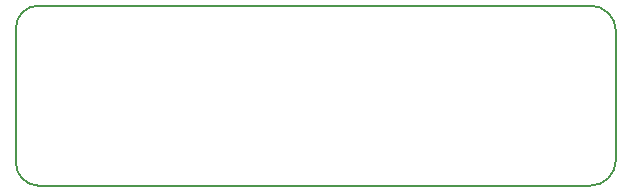
<source format=gm1>
%TF.GenerationSoftware,KiCad,Pcbnew,4.0.5-e0-6337~49~ubuntu16.04.1*%
%TF.CreationDate,2017-02-01T00:08:58+05:30*%
%TF.ProjectId,morseKEY,6D6F7273654B45592E6B696361645F70,rev?*%
%TF.FileFunction,Profile,NP*%
%FSLAX46Y46*%
G04 Gerber Fmt 4.6, Leading zero omitted, Abs format (unit mm)*
G04 Created by KiCad (PCBNEW 4.0.5-e0-6337~49~ubuntu16.04.1) date Wed Feb  1 00:08:58 2017*
%MOMM*%
%LPD*%
G01*
G04 APERTURE LIST*
%ADD10C,0.101600*%
%ADD11C,0.150000*%
G04 APERTURE END LIST*
D10*
D11*
X74041000Y-40640000D02*
G75*
G03X76200000Y-38481000I0J2159000D01*
G01*
X76200000Y-27559000D02*
G75*
G03X74041000Y-25400000I-2159000J0D01*
G01*
X27305000Y-25400000D02*
G75*
G03X25400000Y-27305000I0J-1905000D01*
G01*
X25400000Y-38735000D02*
G75*
G03X27305000Y-40640000I1905000J0D01*
G01*
X25400000Y-38735000D02*
X25400000Y-27305000D01*
X74041000Y-40640000D02*
X27305000Y-40640000D01*
X76200000Y-27559000D02*
X76200000Y-38481000D01*
X27305000Y-25400000D02*
X74041000Y-25400000D01*
M02*

</source>
